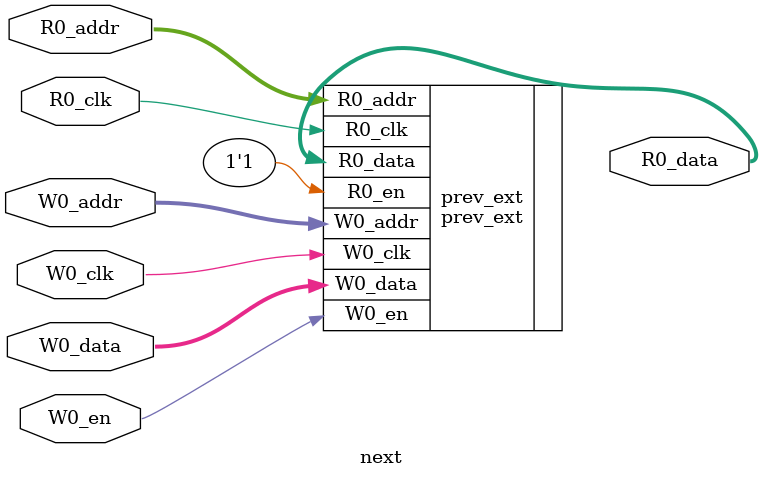
<source format=sv>
`ifndef RANDOMIZE
  `ifdef RANDOMIZE_MEM_INIT
    `define RANDOMIZE
  `endif // RANDOMIZE_MEM_INIT
`endif // not def RANDOMIZE
`ifndef RANDOMIZE
  `ifdef RANDOMIZE_REG_INIT
    `define RANDOMIZE
  `endif // RANDOMIZE_REG_INIT
`endif // not def RANDOMIZE

`ifndef RANDOM
  `define RANDOM $random
`endif // not def RANDOM

// Users can define INIT_RANDOM as general code that gets injected into the
// initializer block for modules with registers.
`ifndef INIT_RANDOM
  `define INIT_RANDOM
`endif // not def INIT_RANDOM

// If using random initialization, you can also define RANDOMIZE_DELAY to
// customize the delay used, otherwise 0.002 is used.
`ifndef RANDOMIZE_DELAY
  `define RANDOMIZE_DELAY 0.002
`endif // not def RANDOMIZE_DELAY

// Define INIT_RANDOM_PROLOG_ for use in our modules below.
`ifndef INIT_RANDOM_PROLOG_
  `ifdef RANDOMIZE
    `ifdef VERILATOR
      `define INIT_RANDOM_PROLOG_ `INIT_RANDOM
    `else  // VERILATOR
      `define INIT_RANDOM_PROLOG_ `INIT_RANDOM #`RANDOMIZE_DELAY begin end
    `endif // VERILATOR
  `else  // RANDOMIZE
    `define INIT_RANDOM_PROLOG_
  `endif // RANDOMIZE
`endif // not def INIT_RANDOM_PROLOG_

// Include register initializers in init blocks unless synthesis is set
`ifndef SYNTHESIS
  `ifndef ENABLE_INITIAL_REG_
    `define ENABLE_INITIAL_REG_
  `endif // not def ENABLE_INITIAL_REG_
`endif // not def SYNTHESIS

// Include rmemory initializers in init blocks unless synthesis is set
`ifndef SYNTHESIS
  `ifndef ENABLE_INITIAL_MEM_
    `define ENABLE_INITIAL_MEM_
  `endif // not def ENABLE_INITIAL_MEM_
`endif // not def SYNTHESIS

// Standard header to adapt well known macros for prints and assertions.

// Users can define 'PRINTF_COND' to add an extra gate to prints.
`ifndef PRINTF_COND_
  `ifdef PRINTF_COND
    `define PRINTF_COND_ (`PRINTF_COND)
  `else  // PRINTF_COND
    `define PRINTF_COND_ 1
  `endif // PRINTF_COND
`endif // not def PRINTF_COND_

// Users can define 'ASSERT_VERBOSE_COND' to add an extra gate to assert error printing.
`ifndef ASSERT_VERBOSE_COND_
  `ifdef ASSERT_VERBOSE_COND
    `define ASSERT_VERBOSE_COND_ (`ASSERT_VERBOSE_COND)
  `else  // ASSERT_VERBOSE_COND
    `define ASSERT_VERBOSE_COND_ 1
  `endif // ASSERT_VERBOSE_COND
`endif // not def ASSERT_VERBOSE_COND_

// Users can define 'STOP_COND' to add an extra gate to stop conditions.
`ifndef STOP_COND_
  `ifdef STOP_COND
    `define STOP_COND_ (`STOP_COND)
  `else  // STOP_COND
    `define STOP_COND_ 1
  `endif // STOP_COND
`endif // not def STOP_COND_

module next(	// ventus/src/cta/resource_table.scala:584:25
  input  [2:0] R0_addr,
  input        R0_clk,
  output [2:0] R0_data,
  input  [2:0] W0_addr,
  input        W0_en,
               W0_clk,
  input  [2:0] W0_data
);

  prev_ext prev_ext (	// ventus/src/cta/resource_table.scala:584:25
    .R0_addr (R0_addr),
    .R0_en   (1'h1),	// ventus/src/cta/resource_table.scala:584:25
    .R0_clk  (R0_clk),
    .R0_data (R0_data),
    .W0_addr (W0_addr),
    .W0_en   (W0_en),
    .W0_clk  (W0_clk),
    .W0_data (W0_data)
  );
endmodule


</source>
